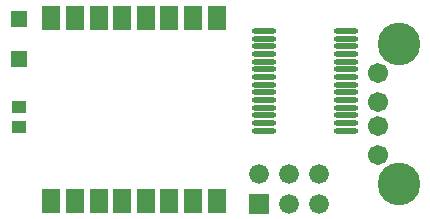
<source format=gts>
G04 Layer: TopSolderMaskLayer*
G04 EasyEDA v6.5.48, 2025-02-22 14:07:37*
G04 17b28a04ad434079b4a69dc4657e0bf9,f2e2a8b566e441589a5ce94012aa69ba,10*
G04 Gerber Generator version 0.2*
G04 Scale: 100 percent, Rotated: No, Reflected: No *
G04 Dimensions in millimeters *
G04 leading zeros omitted , absolute positions ,4 integer and 5 decimal *
%FSLAX45Y45*%
%MOMM*%

%AMMACRO1*4,1,8,-0.6711,-0.7008,-0.7008,-0.671,-0.7008,0.6711,-0.6711,0.7008,0.671,0.7008,0.7008,0.6711,0.7008,-0.671,0.671,-0.7008,-0.6711,-0.7008,0*%
%AMMACRO2*4,1,8,-0.8085,-0.8382,-0.8382,-0.8084,-0.8382,0.8085,-0.8085,0.8382,0.8084,0.8382,0.8382,0.8085,0.8382,-0.8084,0.8084,-0.8382,-0.8085,-0.8382,0*%
%AMMACRO3*4,1,8,-0.5211,-0.5008,-0.5508,-0.471,-0.5508,0.471,-0.5211,0.5008,0.521,0.5008,0.5508,0.471,0.5508,-0.471,0.521,-0.5008,-0.5211,-0.5008,0*%
%AMMACRO4*4,1,8,-0.7707,-1.05,-0.8,-1.0207,-0.8,1.0207,-0.7707,1.05,0.7707,1.05,0.8,1.0207,0.8,-1.0207,0.7707,-1.05,-0.7707,-1.05,0*%
%ADD10MACRO1*%
%ADD11C,1.6764*%
%ADD12MACRO2*%
%ADD13MACRO3*%
%ADD14O,2.1170899999999997X0.4656074*%
%ADD15MACRO4*%
%ADD16C,1.7016*%
%ADD17C,3.6015*%

%LPD*%
D10*
G01*
X-3581400Y1417500D03*
G01*
X-3581400Y1757499D03*
D11*
G01*
X-1041400Y444500D03*
G01*
X-1041400Y190500D03*
G01*
X-1295400Y444500D03*
G01*
X-1295400Y190500D03*
G01*
X-1549400Y444500D03*
D12*
G01*
X-1549400Y190500D03*
D13*
G01*
X-3581400Y842109D03*
G01*
X-3581400Y1012108D03*
D14*
G01*
X-1501216Y1654403D03*
G01*
X-1501216Y1589404D03*
G01*
X-1501216Y1524406D03*
G01*
X-1501216Y1459407D03*
G01*
X-1501216Y1394409D03*
G01*
X-1501216Y1329410D03*
G01*
X-1501216Y1264386D03*
G01*
X-1501216Y1199387D03*
G01*
X-1501216Y1134389D03*
G01*
X-1501216Y1069390D03*
G01*
X-1501216Y1004392D03*
G01*
X-1501216Y939393D03*
G01*
X-1501216Y874395D03*
G01*
X-1501216Y809396D03*
G01*
X-810183Y1654403D03*
G01*
X-810183Y1589404D03*
G01*
X-810183Y1524406D03*
G01*
X-810183Y1459407D03*
G01*
X-810183Y1394409D03*
G01*
X-810183Y1329410D03*
G01*
X-810183Y1264386D03*
G01*
X-810183Y1199387D03*
G01*
X-810183Y1134389D03*
G01*
X-810183Y1069390D03*
G01*
X-810183Y1004392D03*
G01*
X-810183Y939393D03*
G01*
X-810183Y874395D03*
G01*
X-810183Y809396D03*
D15*
G01*
X-3303498Y215597D03*
G01*
X-3103498Y215602D03*
G01*
X-2903499Y215602D03*
G01*
X-2703499Y215602D03*
G01*
X-2503497Y215602D03*
G01*
X-2303498Y215602D03*
G01*
X-2103498Y215602D03*
G01*
X-1903498Y215602D03*
G01*
X-1903501Y1765599D03*
G01*
X-2103501Y1765599D03*
G01*
X-2303500Y1765599D03*
G01*
X-2503500Y1765599D03*
G01*
X-2703502Y1765599D03*
G01*
X-2903501Y1765599D03*
G01*
X-3103501Y1765599D03*
G01*
X-3303501Y1765599D03*
D16*
G01*
X-540258Y1302512D03*
G01*
X-540004Y1052321D03*
G01*
X-540258Y852423D03*
G01*
X-540004Y602487D03*
D17*
G01*
X-360172Y1542287D03*
G01*
X-360172Y362457D03*
M02*

</source>
